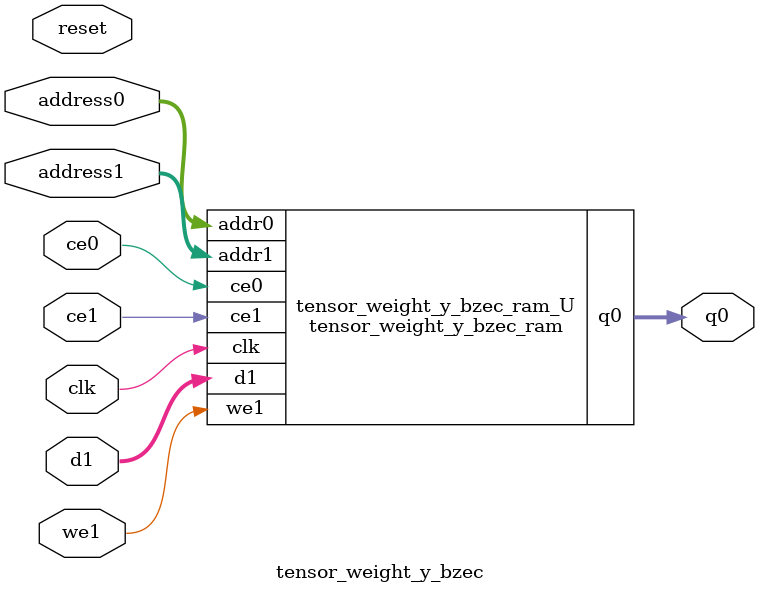
<source format=v>

`timescale 1 ns / 1 ps
module tensor_weight_y_bzec_ram (addr0, ce0, q0, addr1, ce1, d1, we1,  clk);

parameter DWIDTH = 191;
parameter AWIDTH = 4;
parameter MEM_SIZE = 10;

input[AWIDTH-1:0] addr0;
input ce0;
output reg[DWIDTH-1:0] q0;
input[AWIDTH-1:0] addr1;
input ce1;
input[DWIDTH-1:0] d1;
input we1;
input clk;

(* ram_style = "block" *)reg [DWIDTH-1:0] ram[0:MEM_SIZE-1];




always @(posedge clk)  
begin 
    if (ce0) 
    begin
            q0 <= ram[addr0];
    end
end


always @(posedge clk)  
begin 
    if (ce1) 
    begin
        if (we1) 
        begin 
            ram[addr1] <= d1; 
        end 
    end
end


endmodule


`timescale 1 ns / 1 ps
module tensor_weight_y_bzec(
    reset,
    clk,
    address0,
    ce0,
    q0,
    address1,
    ce1,
    we1,
    d1);

parameter DataWidth = 32'd191;
parameter AddressRange = 32'd10;
parameter AddressWidth = 32'd4;
input reset;
input clk;
input[AddressWidth - 1:0] address0;
input ce0;
output[DataWidth - 1:0] q0;
input[AddressWidth - 1:0] address1;
input ce1;
input we1;
input[DataWidth - 1:0] d1;



tensor_weight_y_bzec_ram tensor_weight_y_bzec_ram_U(
    .clk( clk ),
    .addr0( address0 ),
    .ce0( ce0 ),
    .q0( q0 ),
    .addr1( address1 ),
    .ce1( ce1 ),
    .we1( we1 ),
    .d1( d1 ));

endmodule


</source>
